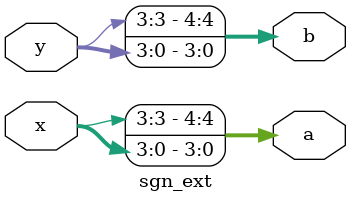
<source format=v>
module sgn_ext(x,y,a,b);

input [3:0] x, y;
output [4:0] a, b;

assign a[2:0] = x[2:0];
assign a[3] = x[3];
assign a[4] = x[3];

assign b[2:0] = y[2:0];
assign b[3] = y[3];
assign b[4] = y[3];

endmodule

</source>
